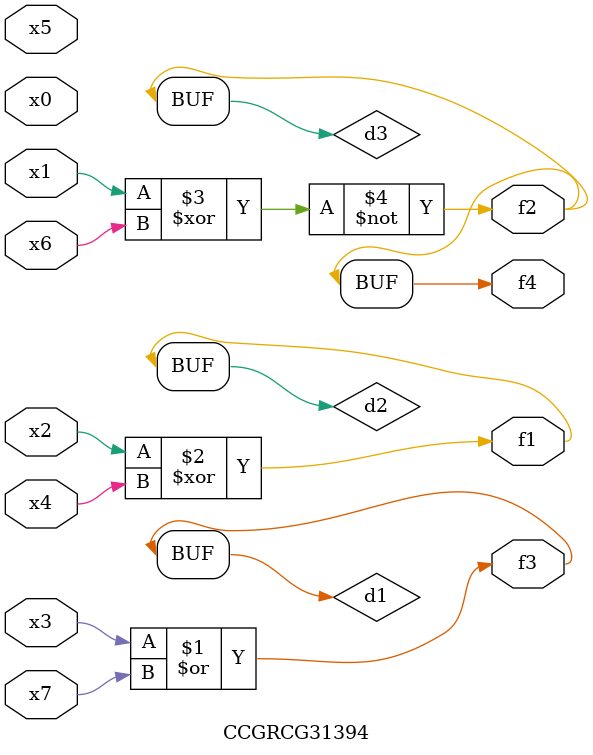
<source format=v>
module CCGRCG31394(
	input x0, x1, x2, x3, x4, x5, x6, x7,
	output f1, f2, f3, f4
);

	wire d1, d2, d3;

	or (d1, x3, x7);
	xor (d2, x2, x4);
	xnor (d3, x1, x6);
	assign f1 = d2;
	assign f2 = d3;
	assign f3 = d1;
	assign f4 = d3;
endmodule

</source>
